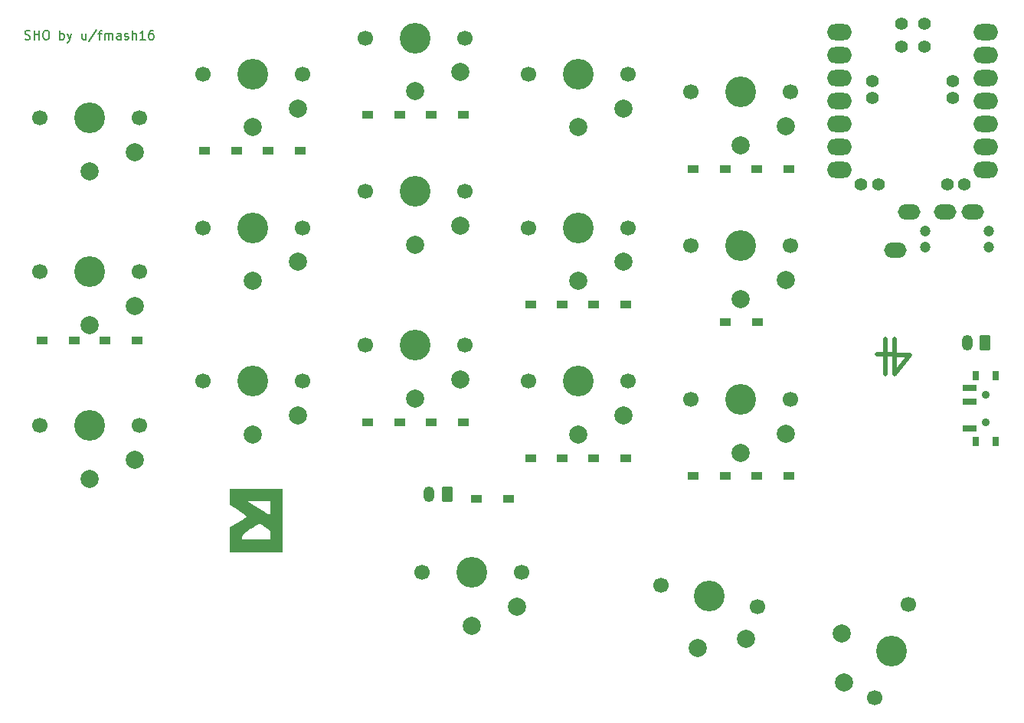
<source format=gts>
%TF.GenerationSoftware,KiCad,Pcbnew,7.0.1*%
%TF.CreationDate,2023-08-18T18:47:56+06:00*%
%TF.ProjectId,pcb,7063622e-6b69-4636-9164-5f7063625858,rev?*%
%TF.SameCoordinates,Original*%
%TF.FileFunction,Soldermask,Top*%
%TF.FilePolarity,Negative*%
%FSLAX46Y46*%
G04 Gerber Fmt 4.6, Leading zero omitted, Abs format (unit mm)*
G04 Created by KiCad (PCBNEW 7.0.1) date 2023-08-18 18:47:56*
%MOMM*%
%LPD*%
G01*
G04 APERTURE LIST*
G04 Aperture macros list*
%AMRoundRect*
0 Rectangle with rounded corners*
0 $1 Rounding radius*
0 $2 $3 $4 $5 $6 $7 $8 $9 X,Y pos of 4 corners*
0 Add a 4 corners polygon primitive as box body*
4,1,4,$2,$3,$4,$5,$6,$7,$8,$9,$2,$3,0*
0 Add four circle primitives for the rounded corners*
1,1,$1+$1,$2,$3*
1,1,$1+$1,$4,$5*
1,1,$1+$1,$6,$7*
1,1,$1+$1,$8,$9*
0 Add four rect primitives between the rounded corners*
20,1,$1+$1,$2,$3,$4,$5,0*
20,1,$1+$1,$4,$5,$6,$7,0*
20,1,$1+$1,$6,$7,$8,$9,0*
20,1,$1+$1,$8,$9,$2,$3,0*%
G04 Aperture macros list end*
%ADD10C,0.500000*%
%ADD11C,0.150000*%
%ADD12C,1.700000*%
%ADD13C,3.400000*%
%ADD14C,2.000000*%
%ADD15R,1.300000X0.950000*%
%ADD16C,1.200000*%
%ADD17O,2.500000X1.700000*%
%ADD18RoundRect,0.250000X0.350000X0.625000X-0.350000X0.625000X-0.350000X-0.625000X0.350000X-0.625000X0*%
%ADD19O,1.200000X1.750000*%
%ADD20R,0.800000X1.000000*%
%ADD21C,0.900000*%
%ADD22R,1.500000X0.700000*%
%ADD23O,2.750000X1.800000*%
%ADD24C,1.397000*%
G04 APERTURE END LIST*
D10*
X169140000Y-88075000D02*
X167470000Y-90225000D01*
X165540000Y-88045000D02*
X169140000Y-88075000D01*
X167470000Y-86325000D02*
X167470000Y-90225000D01*
X166440000Y-86345000D02*
X166440000Y-90245000D01*
D11*
X71360476Y-53130000D02*
X71503333Y-53177619D01*
X71503333Y-53177619D02*
X71741428Y-53177619D01*
X71741428Y-53177619D02*
X71836666Y-53130000D01*
X71836666Y-53130000D02*
X71884285Y-53082380D01*
X71884285Y-53082380D02*
X71931904Y-52987142D01*
X71931904Y-52987142D02*
X71931904Y-52891904D01*
X71931904Y-52891904D02*
X71884285Y-52796666D01*
X71884285Y-52796666D02*
X71836666Y-52749047D01*
X71836666Y-52749047D02*
X71741428Y-52701428D01*
X71741428Y-52701428D02*
X71550952Y-52653809D01*
X71550952Y-52653809D02*
X71455714Y-52606190D01*
X71455714Y-52606190D02*
X71408095Y-52558571D01*
X71408095Y-52558571D02*
X71360476Y-52463333D01*
X71360476Y-52463333D02*
X71360476Y-52368095D01*
X71360476Y-52368095D02*
X71408095Y-52272857D01*
X71408095Y-52272857D02*
X71455714Y-52225238D01*
X71455714Y-52225238D02*
X71550952Y-52177619D01*
X71550952Y-52177619D02*
X71789047Y-52177619D01*
X71789047Y-52177619D02*
X71931904Y-52225238D01*
X72360476Y-53177619D02*
X72360476Y-52177619D01*
X72360476Y-52653809D02*
X72931904Y-52653809D01*
X72931904Y-53177619D02*
X72931904Y-52177619D01*
X73598571Y-52177619D02*
X73789047Y-52177619D01*
X73789047Y-52177619D02*
X73884285Y-52225238D01*
X73884285Y-52225238D02*
X73979523Y-52320476D01*
X73979523Y-52320476D02*
X74027142Y-52510952D01*
X74027142Y-52510952D02*
X74027142Y-52844285D01*
X74027142Y-52844285D02*
X73979523Y-53034761D01*
X73979523Y-53034761D02*
X73884285Y-53130000D01*
X73884285Y-53130000D02*
X73789047Y-53177619D01*
X73789047Y-53177619D02*
X73598571Y-53177619D01*
X73598571Y-53177619D02*
X73503333Y-53130000D01*
X73503333Y-53130000D02*
X73408095Y-53034761D01*
X73408095Y-53034761D02*
X73360476Y-52844285D01*
X73360476Y-52844285D02*
X73360476Y-52510952D01*
X73360476Y-52510952D02*
X73408095Y-52320476D01*
X73408095Y-52320476D02*
X73503333Y-52225238D01*
X73503333Y-52225238D02*
X73598571Y-52177619D01*
X75217619Y-53177619D02*
X75217619Y-52177619D01*
X75217619Y-52558571D02*
X75312857Y-52510952D01*
X75312857Y-52510952D02*
X75503333Y-52510952D01*
X75503333Y-52510952D02*
X75598571Y-52558571D01*
X75598571Y-52558571D02*
X75646190Y-52606190D01*
X75646190Y-52606190D02*
X75693809Y-52701428D01*
X75693809Y-52701428D02*
X75693809Y-52987142D01*
X75693809Y-52987142D02*
X75646190Y-53082380D01*
X75646190Y-53082380D02*
X75598571Y-53130000D01*
X75598571Y-53130000D02*
X75503333Y-53177619D01*
X75503333Y-53177619D02*
X75312857Y-53177619D01*
X75312857Y-53177619D02*
X75217619Y-53130000D01*
X76027143Y-52510952D02*
X76265238Y-53177619D01*
X76503333Y-52510952D02*
X76265238Y-53177619D01*
X76265238Y-53177619D02*
X76170000Y-53415714D01*
X76170000Y-53415714D02*
X76122381Y-53463333D01*
X76122381Y-53463333D02*
X76027143Y-53510952D01*
X78074762Y-52510952D02*
X78074762Y-53177619D01*
X77646191Y-52510952D02*
X77646191Y-53034761D01*
X77646191Y-53034761D02*
X77693810Y-53130000D01*
X77693810Y-53130000D02*
X77789048Y-53177619D01*
X77789048Y-53177619D02*
X77931905Y-53177619D01*
X77931905Y-53177619D02*
X78027143Y-53130000D01*
X78027143Y-53130000D02*
X78074762Y-53082380D01*
X79265238Y-52130000D02*
X78408096Y-53415714D01*
X79455715Y-52510952D02*
X79836667Y-52510952D01*
X79598572Y-53177619D02*
X79598572Y-52320476D01*
X79598572Y-52320476D02*
X79646191Y-52225238D01*
X79646191Y-52225238D02*
X79741429Y-52177619D01*
X79741429Y-52177619D02*
X79836667Y-52177619D01*
X80170001Y-53177619D02*
X80170001Y-52510952D01*
X80170001Y-52606190D02*
X80217620Y-52558571D01*
X80217620Y-52558571D02*
X80312858Y-52510952D01*
X80312858Y-52510952D02*
X80455715Y-52510952D01*
X80455715Y-52510952D02*
X80550953Y-52558571D01*
X80550953Y-52558571D02*
X80598572Y-52653809D01*
X80598572Y-52653809D02*
X80598572Y-53177619D01*
X80598572Y-52653809D02*
X80646191Y-52558571D01*
X80646191Y-52558571D02*
X80741429Y-52510952D01*
X80741429Y-52510952D02*
X80884286Y-52510952D01*
X80884286Y-52510952D02*
X80979525Y-52558571D01*
X80979525Y-52558571D02*
X81027144Y-52653809D01*
X81027144Y-52653809D02*
X81027144Y-53177619D01*
X81931905Y-53177619D02*
X81931905Y-52653809D01*
X81931905Y-52653809D02*
X81884286Y-52558571D01*
X81884286Y-52558571D02*
X81789048Y-52510952D01*
X81789048Y-52510952D02*
X81598572Y-52510952D01*
X81598572Y-52510952D02*
X81503334Y-52558571D01*
X81931905Y-53130000D02*
X81836667Y-53177619D01*
X81836667Y-53177619D02*
X81598572Y-53177619D01*
X81598572Y-53177619D02*
X81503334Y-53130000D01*
X81503334Y-53130000D02*
X81455715Y-53034761D01*
X81455715Y-53034761D02*
X81455715Y-52939523D01*
X81455715Y-52939523D02*
X81503334Y-52844285D01*
X81503334Y-52844285D02*
X81598572Y-52796666D01*
X81598572Y-52796666D02*
X81836667Y-52796666D01*
X81836667Y-52796666D02*
X81931905Y-52749047D01*
X82360477Y-53130000D02*
X82455715Y-53177619D01*
X82455715Y-53177619D02*
X82646191Y-53177619D01*
X82646191Y-53177619D02*
X82741429Y-53130000D01*
X82741429Y-53130000D02*
X82789048Y-53034761D01*
X82789048Y-53034761D02*
X82789048Y-52987142D01*
X82789048Y-52987142D02*
X82741429Y-52891904D01*
X82741429Y-52891904D02*
X82646191Y-52844285D01*
X82646191Y-52844285D02*
X82503334Y-52844285D01*
X82503334Y-52844285D02*
X82408096Y-52796666D01*
X82408096Y-52796666D02*
X82360477Y-52701428D01*
X82360477Y-52701428D02*
X82360477Y-52653809D01*
X82360477Y-52653809D02*
X82408096Y-52558571D01*
X82408096Y-52558571D02*
X82503334Y-52510952D01*
X82503334Y-52510952D02*
X82646191Y-52510952D01*
X82646191Y-52510952D02*
X82741429Y-52558571D01*
X83217620Y-53177619D02*
X83217620Y-52177619D01*
X83646191Y-53177619D02*
X83646191Y-52653809D01*
X83646191Y-52653809D02*
X83598572Y-52558571D01*
X83598572Y-52558571D02*
X83503334Y-52510952D01*
X83503334Y-52510952D02*
X83360477Y-52510952D01*
X83360477Y-52510952D02*
X83265239Y-52558571D01*
X83265239Y-52558571D02*
X83217620Y-52606190D01*
X84646191Y-53177619D02*
X84074763Y-53177619D01*
X84360477Y-53177619D02*
X84360477Y-52177619D01*
X84360477Y-52177619D02*
X84265239Y-52320476D01*
X84265239Y-52320476D02*
X84170001Y-52415714D01*
X84170001Y-52415714D02*
X84074763Y-52463333D01*
X85503334Y-52177619D02*
X85312858Y-52177619D01*
X85312858Y-52177619D02*
X85217620Y-52225238D01*
X85217620Y-52225238D02*
X85170001Y-52272857D01*
X85170001Y-52272857D02*
X85074763Y-52415714D01*
X85074763Y-52415714D02*
X85027144Y-52606190D01*
X85027144Y-52606190D02*
X85027144Y-52987142D01*
X85027144Y-52987142D02*
X85074763Y-53082380D01*
X85074763Y-53082380D02*
X85122382Y-53130000D01*
X85122382Y-53130000D02*
X85217620Y-53177619D01*
X85217620Y-53177619D02*
X85408096Y-53177619D01*
X85408096Y-53177619D02*
X85503334Y-53130000D01*
X85503334Y-53130000D02*
X85550953Y-53082380D01*
X85550953Y-53082380D02*
X85598572Y-52987142D01*
X85598572Y-52987142D02*
X85598572Y-52749047D01*
X85598572Y-52749047D02*
X85550953Y-52653809D01*
X85550953Y-52653809D02*
X85503334Y-52606190D01*
X85503334Y-52606190D02*
X85408096Y-52558571D01*
X85408096Y-52558571D02*
X85217620Y-52558571D01*
X85217620Y-52558571D02*
X85122382Y-52606190D01*
X85122382Y-52606190D02*
X85074763Y-52653809D01*
X85074763Y-52653809D02*
X85027144Y-52749047D01*
G36*
X93982167Y-104314815D02*
G01*
X95994564Y-104314815D01*
X96149139Y-104424080D01*
X96453470Y-104619368D01*
X96853397Y-104867876D01*
X97294761Y-105136800D01*
X97723404Y-105393334D01*
X98085166Y-105604676D01*
X98325889Y-105738020D01*
X98392758Y-105767403D01*
X98442241Y-105654896D01*
X98476244Y-105360334D01*
X98486601Y-105018769D01*
X98486601Y-104268030D01*
X97214515Y-104268030D01*
X96691448Y-104272272D01*
X96283351Y-104283729D01*
X96039926Y-104300494D01*
X95994564Y-104314815D01*
X93982167Y-104314815D01*
X93982167Y-103800147D01*
X93982167Y-102891675D01*
X96922561Y-102891675D01*
X99862955Y-102891675D01*
X99862955Y-106395124D01*
X99862955Y-109898572D01*
X96922561Y-109898572D01*
X93982167Y-109898572D01*
X93982167Y-108531277D01*
X93982167Y-108522217D01*
X93982167Y-108218780D01*
X95358522Y-108218780D01*
X95358522Y-108522217D01*
X96922561Y-108522217D01*
X98486601Y-108522217D01*
X98486601Y-107989533D01*
X98469118Y-107666133D01*
X98379528Y-107453871D01*
X98162114Y-107266856D01*
X97918447Y-107113671D01*
X97591080Y-106921466D01*
X97361391Y-106796930D01*
X97297269Y-106770493D01*
X97173809Y-106831077D01*
X96888813Y-106993039D01*
X96493926Y-107226694D01*
X96301383Y-107342918D01*
X95826699Y-107644863D01*
X95537067Y-107870246D01*
X95393941Y-108054875D01*
X95358522Y-108218780D01*
X93982167Y-108218780D01*
X93982167Y-107163981D01*
X94764187Y-106695271D01*
X95312924Y-106369127D01*
X95661971Y-106143709D01*
X95818069Y-105978293D01*
X95787965Y-105832156D01*
X95578400Y-105664576D01*
X95196120Y-105434828D01*
X94992876Y-105314315D01*
X93982167Y-104708619D01*
X93982167Y-104314815D01*
G37*
D12*
X141620372Y-113559582D03*
D13*
X146990000Y-114750000D03*
D12*
X152359628Y-115940418D03*
D14*
X145713006Y-120510146D03*
X151049010Y-119542123D03*
D15*
X130775000Y-82500000D03*
X127225000Y-82500000D03*
D12*
X145000000Y-93000000D03*
D13*
X150500000Y-93000000D03*
D12*
X156000000Y-93000000D03*
D14*
X150500000Y-98900000D03*
X155500000Y-96800000D03*
D12*
X145000000Y-76000000D03*
D13*
X150500000Y-76000000D03*
D12*
X156000000Y-76000000D03*
D14*
X150500000Y-81900000D03*
X155500000Y-79800000D03*
D16*
X177900000Y-74375000D03*
X170900000Y-74375000D03*
X177900000Y-76125000D03*
X170900000Y-76125000D03*
D17*
X173100000Y-72275000D03*
X176100000Y-72275000D03*
X167600000Y-76475000D03*
X169100000Y-72275000D03*
D18*
X118000000Y-103500000D03*
D19*
X116000000Y-103500000D03*
D12*
X109000000Y-53000000D03*
D13*
X114500000Y-53000000D03*
D12*
X120000000Y-53000000D03*
D14*
X114500000Y-58900000D03*
X119500000Y-56800000D03*
D15*
X155775000Y-67500000D03*
X152225000Y-67500000D03*
D12*
X72980000Y-61870000D03*
D13*
X78480000Y-61870000D03*
D12*
X83980000Y-61870000D03*
D14*
X78480000Y-67770000D03*
X83480000Y-65670000D03*
D12*
X91000000Y-91000000D03*
D13*
X96500000Y-91000000D03*
D12*
X102000000Y-91000000D03*
D14*
X96500000Y-96900000D03*
X101500000Y-94800000D03*
D12*
X91000000Y-57000000D03*
D13*
X96500000Y-57000000D03*
D12*
X102000000Y-57000000D03*
D14*
X96500000Y-62900000D03*
X101500000Y-60800000D03*
D15*
X148775000Y-67500000D03*
X145225000Y-67500000D03*
X155775000Y-101500000D03*
X152225000Y-101500000D03*
X137775000Y-99500000D03*
X134225000Y-99500000D03*
X152355000Y-84440000D03*
X148805000Y-84440000D03*
X148775000Y-101500000D03*
X145225000Y-101500000D03*
D12*
X127000000Y-91000000D03*
D13*
X132500000Y-91000000D03*
D12*
X138000000Y-91000000D03*
D14*
X132500000Y-96900000D03*
X137500000Y-94800000D03*
D20*
X176470000Y-97650000D03*
X178680000Y-97650000D03*
D21*
X177580000Y-95500000D03*
X177580000Y-92500000D03*
D20*
X176470000Y-90350000D03*
X178680000Y-90350000D03*
D22*
X175820000Y-96250000D03*
X175820000Y-93250000D03*
X175820000Y-91750000D03*
D12*
X145000000Y-59000000D03*
D13*
X150500000Y-59000000D03*
D12*
X156000000Y-59000000D03*
D14*
X150500000Y-64900000D03*
X155500000Y-62800000D03*
D15*
X124775000Y-104000000D03*
X121225000Y-104000000D03*
D12*
X109000000Y-87000000D03*
D13*
X114500000Y-87000000D03*
D12*
X120000000Y-87000000D03*
D14*
X114500000Y-92900000D03*
X119500000Y-90800000D03*
D15*
X112775000Y-95500000D03*
X109225000Y-95500000D03*
D23*
X161405040Y-52380000D03*
X161405040Y-54920000D03*
X161405040Y-57460000D03*
X161405040Y-60000000D03*
X161405040Y-62540000D03*
X161405040Y-65080000D03*
X161405040Y-67620000D03*
X177594960Y-67620000D03*
X177594960Y-65080000D03*
X177594960Y-62540000D03*
X177594960Y-60000000D03*
X177594960Y-57460000D03*
X177594960Y-54920000D03*
X177594960Y-52380000D03*
D24*
X168230000Y-51428000D03*
X170770000Y-51428000D03*
X168230000Y-53968000D03*
X170770000Y-53968000D03*
X165055000Y-59683000D03*
X165055000Y-57778000D03*
X173310000Y-69208000D03*
X175215000Y-69208000D03*
D15*
X112775000Y-61500000D03*
X109225000Y-61500000D03*
X119775000Y-95500000D03*
X116225000Y-95500000D03*
X119775000Y-61500000D03*
X116225000Y-61500000D03*
X130775000Y-99500000D03*
X127225000Y-99500000D03*
D12*
X109000000Y-70000000D03*
D13*
X114500000Y-70000000D03*
D12*
X120000000Y-70000000D03*
D14*
X114500000Y-75900000D03*
X119500000Y-73800000D03*
D12*
X169031111Y-115721691D03*
D13*
X167150000Y-120890000D03*
D12*
X165268889Y-126058309D03*
D14*
X161605814Y-118872081D03*
X161869067Y-124288787D03*
D15*
X83775000Y-86500000D03*
X80225000Y-86500000D03*
D12*
X127000000Y-57000000D03*
D13*
X132500000Y-57000000D03*
D12*
X138000000Y-57000000D03*
D14*
X132500000Y-62900000D03*
X137500000Y-60800000D03*
D18*
X177500000Y-86750000D03*
D19*
X175500000Y-86750000D03*
D12*
X115210000Y-112130000D03*
D13*
X120710000Y-112130000D03*
D12*
X126210000Y-112130000D03*
D14*
X120710000Y-118030000D03*
X125710000Y-115930000D03*
D15*
X76775000Y-86500000D03*
X73225000Y-86500000D03*
D12*
X127000000Y-74000000D03*
D13*
X132500000Y-74000000D03*
D12*
X138000000Y-74000000D03*
D14*
X132500000Y-79900000D03*
X137500000Y-77800000D03*
D12*
X72990000Y-95870000D03*
D13*
X78490000Y-95870000D03*
D12*
X83990000Y-95870000D03*
D14*
X78490000Y-101770000D03*
X83490000Y-99670000D03*
D12*
X72990000Y-78870000D03*
D13*
X78490000Y-78870000D03*
D12*
X83990000Y-78870000D03*
D14*
X78490000Y-84770000D03*
X83490000Y-82670000D03*
D15*
X101775000Y-65500000D03*
X98225000Y-65500000D03*
X94775000Y-65500000D03*
X91225000Y-65500000D03*
X137775000Y-82500000D03*
X134225000Y-82500000D03*
D12*
X91000000Y-74000000D03*
D13*
X96500000Y-74000000D03*
D12*
X102000000Y-74000000D03*
D14*
X96500000Y-79900000D03*
X101500000Y-77800000D03*
D21*
X177580000Y-92500000D03*
X177580000Y-95500000D03*
D24*
X170770000Y-51428000D03*
X168230000Y-51428000D03*
X170770000Y-53968000D03*
X168230000Y-53968000D03*
X173945000Y-59683000D03*
X173945000Y-57778000D03*
X165690000Y-69208000D03*
X163785000Y-69208000D03*
M02*

</source>
